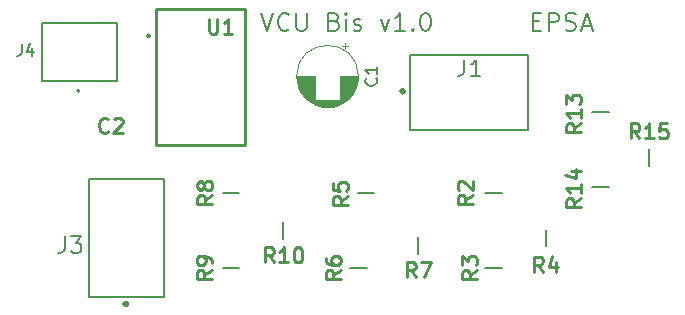
<source format=gbr>
%TF.GenerationSoftware,KiCad,Pcbnew,8.0.0*%
%TF.CreationDate,2024-04-17T17:19:10+02:00*%
%TF.ProjectId,VCU_Bis,5643555f-4269-4732-9e6b-696361645f70,rev?*%
%TF.SameCoordinates,Original*%
%TF.FileFunction,Legend,Top*%
%TF.FilePolarity,Positive*%
%FSLAX46Y46*%
G04 Gerber Fmt 4.6, Leading zero omitted, Abs format (unit mm)*
G04 Created by KiCad (PCBNEW 8.0.0) date 2024-04-17 17:19:10*
%MOMM*%
%LPD*%
G01*
G04 APERTURE LIST*
%ADD10C,0.150000*%
%ADD11C,0.254000*%
%ADD12C,0.200000*%
%ADD13C,0.127000*%
%ADD14C,0.300000*%
%ADD15C,0.120000*%
G04 APERTURE END LIST*
D10*
X151138032Y-50175428D02*
X151638032Y-51675428D01*
X151638032Y-51675428D02*
X152138032Y-50175428D01*
X153495174Y-51532571D02*
X153423746Y-51604000D01*
X153423746Y-51604000D02*
X153209460Y-51675428D01*
X153209460Y-51675428D02*
X153066603Y-51675428D01*
X153066603Y-51675428D02*
X152852317Y-51604000D01*
X152852317Y-51604000D02*
X152709460Y-51461142D01*
X152709460Y-51461142D02*
X152638031Y-51318285D01*
X152638031Y-51318285D02*
X152566603Y-51032571D01*
X152566603Y-51032571D02*
X152566603Y-50818285D01*
X152566603Y-50818285D02*
X152638031Y-50532571D01*
X152638031Y-50532571D02*
X152709460Y-50389714D01*
X152709460Y-50389714D02*
X152852317Y-50246857D01*
X152852317Y-50246857D02*
X153066603Y-50175428D01*
X153066603Y-50175428D02*
X153209460Y-50175428D01*
X153209460Y-50175428D02*
X153423746Y-50246857D01*
X153423746Y-50246857D02*
X153495174Y-50318285D01*
X154138031Y-50175428D02*
X154138031Y-51389714D01*
X154138031Y-51389714D02*
X154209460Y-51532571D01*
X154209460Y-51532571D02*
X154280889Y-51604000D01*
X154280889Y-51604000D02*
X154423746Y-51675428D01*
X154423746Y-51675428D02*
X154709460Y-51675428D01*
X154709460Y-51675428D02*
X154852317Y-51604000D01*
X154852317Y-51604000D02*
X154923746Y-51532571D01*
X154923746Y-51532571D02*
X154995174Y-51389714D01*
X154995174Y-51389714D02*
X154995174Y-50175428D01*
X157352317Y-50889714D02*
X157566603Y-50961142D01*
X157566603Y-50961142D02*
X157638032Y-51032571D01*
X157638032Y-51032571D02*
X157709460Y-51175428D01*
X157709460Y-51175428D02*
X157709460Y-51389714D01*
X157709460Y-51389714D02*
X157638032Y-51532571D01*
X157638032Y-51532571D02*
X157566603Y-51604000D01*
X157566603Y-51604000D02*
X157423746Y-51675428D01*
X157423746Y-51675428D02*
X156852317Y-51675428D01*
X156852317Y-51675428D02*
X156852317Y-50175428D01*
X156852317Y-50175428D02*
X157352317Y-50175428D01*
X157352317Y-50175428D02*
X157495175Y-50246857D01*
X157495175Y-50246857D02*
X157566603Y-50318285D01*
X157566603Y-50318285D02*
X157638032Y-50461142D01*
X157638032Y-50461142D02*
X157638032Y-50604000D01*
X157638032Y-50604000D02*
X157566603Y-50746857D01*
X157566603Y-50746857D02*
X157495175Y-50818285D01*
X157495175Y-50818285D02*
X157352317Y-50889714D01*
X157352317Y-50889714D02*
X156852317Y-50889714D01*
X158352317Y-51675428D02*
X158352317Y-50675428D01*
X158352317Y-50175428D02*
X158280889Y-50246857D01*
X158280889Y-50246857D02*
X158352317Y-50318285D01*
X158352317Y-50318285D02*
X158423746Y-50246857D01*
X158423746Y-50246857D02*
X158352317Y-50175428D01*
X158352317Y-50175428D02*
X158352317Y-50318285D01*
X158995175Y-51604000D02*
X159138032Y-51675428D01*
X159138032Y-51675428D02*
X159423746Y-51675428D01*
X159423746Y-51675428D02*
X159566603Y-51604000D01*
X159566603Y-51604000D02*
X159638032Y-51461142D01*
X159638032Y-51461142D02*
X159638032Y-51389714D01*
X159638032Y-51389714D02*
X159566603Y-51246857D01*
X159566603Y-51246857D02*
X159423746Y-51175428D01*
X159423746Y-51175428D02*
X159209461Y-51175428D01*
X159209461Y-51175428D02*
X159066603Y-51104000D01*
X159066603Y-51104000D02*
X158995175Y-50961142D01*
X158995175Y-50961142D02*
X158995175Y-50889714D01*
X158995175Y-50889714D02*
X159066603Y-50746857D01*
X159066603Y-50746857D02*
X159209461Y-50675428D01*
X159209461Y-50675428D02*
X159423746Y-50675428D01*
X159423746Y-50675428D02*
X159566603Y-50746857D01*
X161280889Y-50675428D02*
X161638032Y-51675428D01*
X161638032Y-51675428D02*
X161995175Y-50675428D01*
X163352318Y-51675428D02*
X162495175Y-51675428D01*
X162923746Y-51675428D02*
X162923746Y-50175428D01*
X162923746Y-50175428D02*
X162780889Y-50389714D01*
X162780889Y-50389714D02*
X162638032Y-50532571D01*
X162638032Y-50532571D02*
X162495175Y-50604000D01*
X163995174Y-51532571D02*
X164066603Y-51604000D01*
X164066603Y-51604000D02*
X163995174Y-51675428D01*
X163995174Y-51675428D02*
X163923746Y-51604000D01*
X163923746Y-51604000D02*
X163995174Y-51532571D01*
X163995174Y-51532571D02*
X163995174Y-51675428D01*
X164995175Y-50175428D02*
X165138032Y-50175428D01*
X165138032Y-50175428D02*
X165280889Y-50246857D01*
X165280889Y-50246857D02*
X165352318Y-50318285D01*
X165352318Y-50318285D02*
X165423746Y-50461142D01*
X165423746Y-50461142D02*
X165495175Y-50746857D01*
X165495175Y-50746857D02*
X165495175Y-51104000D01*
X165495175Y-51104000D02*
X165423746Y-51389714D01*
X165423746Y-51389714D02*
X165352318Y-51532571D01*
X165352318Y-51532571D02*
X165280889Y-51604000D01*
X165280889Y-51604000D02*
X165138032Y-51675428D01*
X165138032Y-51675428D02*
X164995175Y-51675428D01*
X164995175Y-51675428D02*
X164852318Y-51604000D01*
X164852318Y-51604000D02*
X164780889Y-51532571D01*
X164780889Y-51532571D02*
X164709460Y-51389714D01*
X164709460Y-51389714D02*
X164638032Y-51104000D01*
X164638032Y-51104000D02*
X164638032Y-50746857D01*
X164638032Y-50746857D02*
X164709460Y-50461142D01*
X164709460Y-50461142D02*
X164780889Y-50318285D01*
X164780889Y-50318285D02*
X164852318Y-50246857D01*
X164852318Y-50246857D02*
X164995175Y-50175428D01*
X174138030Y-50889714D02*
X174638030Y-50889714D01*
X174852316Y-51675428D02*
X174138030Y-51675428D01*
X174138030Y-51675428D02*
X174138030Y-50175428D01*
X174138030Y-50175428D02*
X174852316Y-50175428D01*
X175495173Y-51675428D02*
X175495173Y-50175428D01*
X175495173Y-50175428D02*
X176066602Y-50175428D01*
X176066602Y-50175428D02*
X176209459Y-50246857D01*
X176209459Y-50246857D02*
X176280888Y-50318285D01*
X176280888Y-50318285D02*
X176352316Y-50461142D01*
X176352316Y-50461142D02*
X176352316Y-50675428D01*
X176352316Y-50675428D02*
X176280888Y-50818285D01*
X176280888Y-50818285D02*
X176209459Y-50889714D01*
X176209459Y-50889714D02*
X176066602Y-50961142D01*
X176066602Y-50961142D02*
X175495173Y-50961142D01*
X176923745Y-51604000D02*
X177138031Y-51675428D01*
X177138031Y-51675428D02*
X177495173Y-51675428D01*
X177495173Y-51675428D02*
X177638031Y-51604000D01*
X177638031Y-51604000D02*
X177709459Y-51532571D01*
X177709459Y-51532571D02*
X177780888Y-51389714D01*
X177780888Y-51389714D02*
X177780888Y-51246857D01*
X177780888Y-51246857D02*
X177709459Y-51104000D01*
X177709459Y-51104000D02*
X177638031Y-51032571D01*
X177638031Y-51032571D02*
X177495173Y-50961142D01*
X177495173Y-50961142D02*
X177209459Y-50889714D01*
X177209459Y-50889714D02*
X177066602Y-50818285D01*
X177066602Y-50818285D02*
X176995173Y-50746857D01*
X176995173Y-50746857D02*
X176923745Y-50604000D01*
X176923745Y-50604000D02*
X176923745Y-50461142D01*
X176923745Y-50461142D02*
X176995173Y-50318285D01*
X176995173Y-50318285D02*
X177066602Y-50246857D01*
X177066602Y-50246857D02*
X177209459Y-50175428D01*
X177209459Y-50175428D02*
X177566602Y-50175428D01*
X177566602Y-50175428D02*
X177780888Y-50246857D01*
X178352316Y-51246857D02*
X179066602Y-51246857D01*
X178209459Y-51675428D02*
X178709459Y-50175428D01*
X178709459Y-50175428D02*
X179209459Y-51675428D01*
D11*
X147030718Y-65616666D02*
X146425956Y-66040000D01*
X147030718Y-66342381D02*
X145760718Y-66342381D01*
X145760718Y-66342381D02*
X145760718Y-65858571D01*
X145760718Y-65858571D02*
X145821194Y-65737619D01*
X145821194Y-65737619D02*
X145881670Y-65677142D01*
X145881670Y-65677142D02*
X146002622Y-65616666D01*
X146002622Y-65616666D02*
X146184051Y-65616666D01*
X146184051Y-65616666D02*
X146305003Y-65677142D01*
X146305003Y-65677142D02*
X146365480Y-65737619D01*
X146365480Y-65737619D02*
X146425956Y-65858571D01*
X146425956Y-65858571D02*
X146425956Y-66342381D01*
X146305003Y-64890952D02*
X146244527Y-65011904D01*
X146244527Y-65011904D02*
X146184051Y-65072381D01*
X146184051Y-65072381D02*
X146063099Y-65132857D01*
X146063099Y-65132857D02*
X146002622Y-65132857D01*
X146002622Y-65132857D02*
X145881670Y-65072381D01*
X145881670Y-65072381D02*
X145821194Y-65011904D01*
X145821194Y-65011904D02*
X145760718Y-64890952D01*
X145760718Y-64890952D02*
X145760718Y-64649047D01*
X145760718Y-64649047D02*
X145821194Y-64528095D01*
X145821194Y-64528095D02*
X145881670Y-64467619D01*
X145881670Y-64467619D02*
X146002622Y-64407142D01*
X146002622Y-64407142D02*
X146063099Y-64407142D01*
X146063099Y-64407142D02*
X146184051Y-64467619D01*
X146184051Y-64467619D02*
X146244527Y-64528095D01*
X146244527Y-64528095D02*
X146305003Y-64649047D01*
X146305003Y-64649047D02*
X146305003Y-64890952D01*
X146305003Y-64890952D02*
X146365480Y-65011904D01*
X146365480Y-65011904D02*
X146425956Y-65072381D01*
X146425956Y-65072381D02*
X146546908Y-65132857D01*
X146546908Y-65132857D02*
X146788813Y-65132857D01*
X146788813Y-65132857D02*
X146909765Y-65072381D01*
X146909765Y-65072381D02*
X146970242Y-65011904D01*
X146970242Y-65011904D02*
X147030718Y-64890952D01*
X147030718Y-64890952D02*
X147030718Y-64649047D01*
X147030718Y-64649047D02*
X146970242Y-64528095D01*
X146970242Y-64528095D02*
X146909765Y-64467619D01*
X146909765Y-64467619D02*
X146788813Y-64407142D01*
X146788813Y-64407142D02*
X146546908Y-64407142D01*
X146546908Y-64407142D02*
X146425956Y-64467619D01*
X146425956Y-64467619D02*
X146365480Y-64528095D01*
X146365480Y-64528095D02*
X146305003Y-64649047D01*
X157876518Y-71966666D02*
X157271756Y-72390000D01*
X157876518Y-72692381D02*
X156606518Y-72692381D01*
X156606518Y-72692381D02*
X156606518Y-72208571D01*
X156606518Y-72208571D02*
X156666994Y-72087619D01*
X156666994Y-72087619D02*
X156727470Y-72027142D01*
X156727470Y-72027142D02*
X156848422Y-71966666D01*
X156848422Y-71966666D02*
X157029851Y-71966666D01*
X157029851Y-71966666D02*
X157150803Y-72027142D01*
X157150803Y-72027142D02*
X157211280Y-72087619D01*
X157211280Y-72087619D02*
X157271756Y-72208571D01*
X157271756Y-72208571D02*
X157271756Y-72692381D01*
X156606518Y-70878095D02*
X156606518Y-71120000D01*
X156606518Y-71120000D02*
X156666994Y-71240952D01*
X156666994Y-71240952D02*
X156727470Y-71301428D01*
X156727470Y-71301428D02*
X156908899Y-71422381D01*
X156908899Y-71422381D02*
X157150803Y-71482857D01*
X157150803Y-71482857D02*
X157634613Y-71482857D01*
X157634613Y-71482857D02*
X157755565Y-71422381D01*
X157755565Y-71422381D02*
X157816042Y-71361904D01*
X157816042Y-71361904D02*
X157876518Y-71240952D01*
X157876518Y-71240952D02*
X157876518Y-70999047D01*
X157876518Y-70999047D02*
X157816042Y-70878095D01*
X157816042Y-70878095D02*
X157755565Y-70817619D01*
X157755565Y-70817619D02*
X157634613Y-70757142D01*
X157634613Y-70757142D02*
X157332232Y-70757142D01*
X157332232Y-70757142D02*
X157211280Y-70817619D01*
X157211280Y-70817619D02*
X157150803Y-70878095D01*
X157150803Y-70878095D02*
X157090327Y-70999047D01*
X157090327Y-70999047D02*
X157090327Y-71240952D01*
X157090327Y-71240952D02*
X157150803Y-71361904D01*
X157150803Y-71361904D02*
X157211280Y-71422381D01*
X157211280Y-71422381D02*
X157332232Y-71482857D01*
D10*
X134530617Y-69089775D02*
X134530617Y-70090495D01*
X134530617Y-70090495D02*
X134463902Y-70290639D01*
X134463902Y-70290639D02*
X134330473Y-70424069D01*
X134330473Y-70424069D02*
X134130329Y-70490783D01*
X134130329Y-70490783D02*
X133996900Y-70490783D01*
X135064335Y-69089775D02*
X135931625Y-69089775D01*
X135931625Y-69089775D02*
X135464623Y-69623493D01*
X135464623Y-69623493D02*
X135664767Y-69623493D01*
X135664767Y-69623493D02*
X135798196Y-69690207D01*
X135798196Y-69690207D02*
X135864911Y-69756922D01*
X135864911Y-69756922D02*
X135931625Y-69890351D01*
X135931625Y-69890351D02*
X135931625Y-70223925D01*
X135931625Y-70223925D02*
X135864911Y-70357354D01*
X135864911Y-70357354D02*
X135798196Y-70424069D01*
X135798196Y-70424069D02*
X135664767Y-70490783D01*
X135664767Y-70490783D02*
X135264479Y-70490783D01*
X135264479Y-70490783D02*
X135131049Y-70424069D01*
X135131049Y-70424069D02*
X135064335Y-70357354D01*
X160878380Y-55700466D02*
X160926000Y-55748085D01*
X160926000Y-55748085D02*
X160973619Y-55890942D01*
X160973619Y-55890942D02*
X160973619Y-55986180D01*
X160973619Y-55986180D02*
X160926000Y-56129037D01*
X160926000Y-56129037D02*
X160830761Y-56224275D01*
X160830761Y-56224275D02*
X160735523Y-56271894D01*
X160735523Y-56271894D02*
X160545047Y-56319513D01*
X160545047Y-56319513D02*
X160402190Y-56319513D01*
X160402190Y-56319513D02*
X160211714Y-56271894D01*
X160211714Y-56271894D02*
X160116476Y-56224275D01*
X160116476Y-56224275D02*
X160021238Y-56129037D01*
X160021238Y-56129037D02*
X159973619Y-55986180D01*
X159973619Y-55986180D02*
X159973619Y-55890942D01*
X159973619Y-55890942D02*
X160021238Y-55748085D01*
X160021238Y-55748085D02*
X160068857Y-55700466D01*
X160973619Y-54748085D02*
X160973619Y-55319513D01*
X160973619Y-55033799D02*
X159973619Y-55033799D01*
X159973619Y-55033799D02*
X160116476Y-55129037D01*
X160116476Y-55129037D02*
X160211714Y-55224275D01*
X160211714Y-55224275D02*
X160259333Y-55319513D01*
D11*
X138206710Y-60195833D02*
X138146234Y-60256310D01*
X138146234Y-60256310D02*
X137964805Y-60316786D01*
X137964805Y-60316786D02*
X137843853Y-60316786D01*
X137843853Y-60316786D02*
X137662424Y-60256310D01*
X137662424Y-60256310D02*
X137541472Y-60135357D01*
X137541472Y-60135357D02*
X137480995Y-60014405D01*
X137480995Y-60014405D02*
X137420519Y-59772500D01*
X137420519Y-59772500D02*
X137420519Y-59591071D01*
X137420519Y-59591071D02*
X137480995Y-59349167D01*
X137480995Y-59349167D02*
X137541472Y-59228214D01*
X137541472Y-59228214D02*
X137662424Y-59107262D01*
X137662424Y-59107262D02*
X137843853Y-59046786D01*
X137843853Y-59046786D02*
X137964805Y-59046786D01*
X137964805Y-59046786D02*
X138146234Y-59107262D01*
X138146234Y-59107262D02*
X138206710Y-59167738D01*
X138690519Y-59167738D02*
X138750995Y-59107262D01*
X138750995Y-59107262D02*
X138871948Y-59046786D01*
X138871948Y-59046786D02*
X139174329Y-59046786D01*
X139174329Y-59046786D02*
X139295281Y-59107262D01*
X139295281Y-59107262D02*
X139355757Y-59167738D01*
X139355757Y-59167738D02*
X139416234Y-59288690D01*
X139416234Y-59288690D02*
X139416234Y-59409643D01*
X139416234Y-59409643D02*
X139355757Y-59591071D01*
X139355757Y-59591071D02*
X138630043Y-60316786D01*
X138630043Y-60316786D02*
X139416234Y-60316786D01*
X169052518Y-65616666D02*
X168447756Y-66040000D01*
X169052518Y-66342381D02*
X167782518Y-66342381D01*
X167782518Y-66342381D02*
X167782518Y-65858571D01*
X167782518Y-65858571D02*
X167842994Y-65737619D01*
X167842994Y-65737619D02*
X167903470Y-65677142D01*
X167903470Y-65677142D02*
X168024422Y-65616666D01*
X168024422Y-65616666D02*
X168205851Y-65616666D01*
X168205851Y-65616666D02*
X168326803Y-65677142D01*
X168326803Y-65677142D02*
X168387280Y-65737619D01*
X168387280Y-65737619D02*
X168447756Y-65858571D01*
X168447756Y-65858571D02*
X168447756Y-66342381D01*
X167903470Y-65132857D02*
X167842994Y-65072381D01*
X167842994Y-65072381D02*
X167782518Y-64951428D01*
X167782518Y-64951428D02*
X167782518Y-64649047D01*
X167782518Y-64649047D02*
X167842994Y-64528095D01*
X167842994Y-64528095D02*
X167903470Y-64467619D01*
X167903470Y-64467619D02*
X168024422Y-64407142D01*
X168024422Y-64407142D02*
X168145375Y-64407142D01*
X168145375Y-64407142D02*
X168326803Y-64467619D01*
X168326803Y-64467619D02*
X169052518Y-65193333D01*
X169052518Y-65193333D02*
X169052518Y-64407142D01*
X178221918Y-65865828D02*
X177617156Y-66289162D01*
X178221918Y-66591543D02*
X176951918Y-66591543D01*
X176951918Y-66591543D02*
X176951918Y-66107733D01*
X176951918Y-66107733D02*
X177012394Y-65986781D01*
X177012394Y-65986781D02*
X177072870Y-65926304D01*
X177072870Y-65926304D02*
X177193822Y-65865828D01*
X177193822Y-65865828D02*
X177375251Y-65865828D01*
X177375251Y-65865828D02*
X177496203Y-65926304D01*
X177496203Y-65926304D02*
X177556680Y-65986781D01*
X177556680Y-65986781D02*
X177617156Y-66107733D01*
X177617156Y-66107733D02*
X177617156Y-66591543D01*
X178221918Y-64656304D02*
X178221918Y-65382019D01*
X178221918Y-65019162D02*
X176951918Y-65019162D01*
X176951918Y-65019162D02*
X177133346Y-65140114D01*
X177133346Y-65140114D02*
X177254299Y-65261066D01*
X177254299Y-65261066D02*
X177314775Y-65382019D01*
X177375251Y-63567733D02*
X178221918Y-63567733D01*
X176891442Y-63870114D02*
X177798584Y-64172495D01*
X177798584Y-64172495D02*
X177798584Y-63386304D01*
X178221918Y-59515828D02*
X177617156Y-59939162D01*
X178221918Y-60241543D02*
X176951918Y-60241543D01*
X176951918Y-60241543D02*
X176951918Y-59757733D01*
X176951918Y-59757733D02*
X177012394Y-59636781D01*
X177012394Y-59636781D02*
X177072870Y-59576304D01*
X177072870Y-59576304D02*
X177193822Y-59515828D01*
X177193822Y-59515828D02*
X177375251Y-59515828D01*
X177375251Y-59515828D02*
X177496203Y-59576304D01*
X177496203Y-59576304D02*
X177556680Y-59636781D01*
X177556680Y-59636781D02*
X177617156Y-59757733D01*
X177617156Y-59757733D02*
X177617156Y-60241543D01*
X178221918Y-58306304D02*
X178221918Y-59032019D01*
X178221918Y-58669162D02*
X176951918Y-58669162D01*
X176951918Y-58669162D02*
X177133346Y-58790114D01*
X177133346Y-58790114D02*
X177254299Y-58911066D01*
X177254299Y-58911066D02*
X177314775Y-59032019D01*
X176951918Y-57882971D02*
X176951918Y-57096780D01*
X176951918Y-57096780D02*
X177435727Y-57520114D01*
X177435727Y-57520114D02*
X177435727Y-57338685D01*
X177435727Y-57338685D02*
X177496203Y-57217733D01*
X177496203Y-57217733D02*
X177556680Y-57157257D01*
X177556680Y-57157257D02*
X177677632Y-57096780D01*
X177677632Y-57096780D02*
X177980013Y-57096780D01*
X177980013Y-57096780D02*
X178100965Y-57157257D01*
X178100965Y-57157257D02*
X178161442Y-57217733D01*
X178161442Y-57217733D02*
X178221918Y-57338685D01*
X178221918Y-57338685D02*
X178221918Y-57701542D01*
X178221918Y-57701542D02*
X178161442Y-57822495D01*
X178161442Y-57822495D02*
X178100965Y-57882971D01*
X146733380Y-50663118D02*
X146733380Y-51691213D01*
X146733380Y-51691213D02*
X146793857Y-51812165D01*
X146793857Y-51812165D02*
X146854333Y-51872642D01*
X146854333Y-51872642D02*
X146975285Y-51933118D01*
X146975285Y-51933118D02*
X147217190Y-51933118D01*
X147217190Y-51933118D02*
X147338142Y-51872642D01*
X147338142Y-51872642D02*
X147398619Y-51812165D01*
X147398619Y-51812165D02*
X147459095Y-51691213D01*
X147459095Y-51691213D02*
X147459095Y-50663118D01*
X148729095Y-51933118D02*
X148003380Y-51933118D01*
X148366237Y-51933118D02*
X148366237Y-50663118D01*
X148366237Y-50663118D02*
X148245285Y-50844546D01*
X148245285Y-50844546D02*
X148124333Y-50965499D01*
X148124333Y-50965499D02*
X148003380Y-51025975D01*
D10*
X168315997Y-54128725D02*
X168315997Y-55129445D01*
X168315997Y-55129445D02*
X168249282Y-55329589D01*
X168249282Y-55329589D02*
X168115853Y-55463019D01*
X168115853Y-55463019D02*
X167915709Y-55529733D01*
X167915709Y-55529733D02*
X167782280Y-55529733D01*
X169717005Y-55529733D02*
X168916429Y-55529733D01*
X169316717Y-55529733D02*
X169316717Y-54128725D01*
X169316717Y-54128725D02*
X169183288Y-54328869D01*
X169183288Y-54328869D02*
X169049859Y-54462299D01*
X169049859Y-54462299D02*
X168916429Y-54529013D01*
D11*
X146954518Y-71966666D02*
X146349756Y-72390000D01*
X146954518Y-72692381D02*
X145684518Y-72692381D01*
X145684518Y-72692381D02*
X145684518Y-72208571D01*
X145684518Y-72208571D02*
X145744994Y-72087619D01*
X145744994Y-72087619D02*
X145805470Y-72027142D01*
X145805470Y-72027142D02*
X145926422Y-71966666D01*
X145926422Y-71966666D02*
X146107851Y-71966666D01*
X146107851Y-71966666D02*
X146228803Y-72027142D01*
X146228803Y-72027142D02*
X146289280Y-72087619D01*
X146289280Y-72087619D02*
X146349756Y-72208571D01*
X146349756Y-72208571D02*
X146349756Y-72692381D01*
X146954518Y-71361904D02*
X146954518Y-71120000D01*
X146954518Y-71120000D02*
X146894042Y-70999047D01*
X146894042Y-70999047D02*
X146833565Y-70938571D01*
X146833565Y-70938571D02*
X146652137Y-70817619D01*
X146652137Y-70817619D02*
X146410232Y-70757142D01*
X146410232Y-70757142D02*
X145926422Y-70757142D01*
X145926422Y-70757142D02*
X145805470Y-70817619D01*
X145805470Y-70817619D02*
X145744994Y-70878095D01*
X145744994Y-70878095D02*
X145684518Y-70999047D01*
X145684518Y-70999047D02*
X145684518Y-71240952D01*
X145684518Y-71240952D02*
X145744994Y-71361904D01*
X145744994Y-71361904D02*
X145805470Y-71422381D01*
X145805470Y-71422381D02*
X145926422Y-71482857D01*
X145926422Y-71482857D02*
X146228803Y-71482857D01*
X146228803Y-71482857D02*
X146349756Y-71422381D01*
X146349756Y-71422381D02*
X146410232Y-71361904D01*
X146410232Y-71361904D02*
X146470708Y-71240952D01*
X146470708Y-71240952D02*
X146470708Y-70999047D01*
X146470708Y-70999047D02*
X146410232Y-70878095D01*
X146410232Y-70878095D02*
X146349756Y-70817619D01*
X146349756Y-70817619D02*
X146228803Y-70757142D01*
X152218571Y-71287918D02*
X151795237Y-70683156D01*
X151492856Y-71287918D02*
X151492856Y-70017918D01*
X151492856Y-70017918D02*
X151976666Y-70017918D01*
X151976666Y-70017918D02*
X152097618Y-70078394D01*
X152097618Y-70078394D02*
X152158095Y-70138870D01*
X152158095Y-70138870D02*
X152218571Y-70259822D01*
X152218571Y-70259822D02*
X152218571Y-70441251D01*
X152218571Y-70441251D02*
X152158095Y-70562203D01*
X152158095Y-70562203D02*
X152097618Y-70622680D01*
X152097618Y-70622680D02*
X151976666Y-70683156D01*
X151976666Y-70683156D02*
X151492856Y-70683156D01*
X153428095Y-71287918D02*
X152702380Y-71287918D01*
X153065237Y-71287918D02*
X153065237Y-70017918D01*
X153065237Y-70017918D02*
X152944285Y-70199346D01*
X152944285Y-70199346D02*
X152823333Y-70320299D01*
X152823333Y-70320299D02*
X152702380Y-70380775D01*
X154214285Y-70017918D02*
X154335238Y-70017918D01*
X154335238Y-70017918D02*
X154456190Y-70078394D01*
X154456190Y-70078394D02*
X154516666Y-70138870D01*
X154516666Y-70138870D02*
X154577142Y-70259822D01*
X154577142Y-70259822D02*
X154637619Y-70501727D01*
X154637619Y-70501727D02*
X154637619Y-70804108D01*
X154637619Y-70804108D02*
X154577142Y-71046013D01*
X154577142Y-71046013D02*
X154516666Y-71166965D01*
X154516666Y-71166965D02*
X154456190Y-71227442D01*
X154456190Y-71227442D02*
X154335238Y-71287918D01*
X154335238Y-71287918D02*
X154214285Y-71287918D01*
X154214285Y-71287918D02*
X154093333Y-71227442D01*
X154093333Y-71227442D02*
X154032857Y-71166965D01*
X154032857Y-71166965D02*
X153972380Y-71046013D01*
X153972380Y-71046013D02*
X153911904Y-70804108D01*
X153911904Y-70804108D02*
X153911904Y-70501727D01*
X153911904Y-70501727D02*
X153972380Y-70259822D01*
X153972380Y-70259822D02*
X154032857Y-70138870D01*
X154032857Y-70138870D02*
X154093333Y-70078394D01*
X154093333Y-70078394D02*
X154214285Y-70017918D01*
X164253333Y-72532518D02*
X163829999Y-71927756D01*
X163527618Y-72532518D02*
X163527618Y-71262518D01*
X163527618Y-71262518D02*
X164011428Y-71262518D01*
X164011428Y-71262518D02*
X164132380Y-71322994D01*
X164132380Y-71322994D02*
X164192857Y-71383470D01*
X164192857Y-71383470D02*
X164253333Y-71504422D01*
X164253333Y-71504422D02*
X164253333Y-71685851D01*
X164253333Y-71685851D02*
X164192857Y-71806803D01*
X164192857Y-71806803D02*
X164132380Y-71867280D01*
X164132380Y-71867280D02*
X164011428Y-71927756D01*
X164011428Y-71927756D02*
X163527618Y-71927756D01*
X164676666Y-71262518D02*
X165523333Y-71262518D01*
X165523333Y-71262518D02*
X164979047Y-72532518D01*
X169433518Y-71966666D02*
X168828756Y-72390000D01*
X169433518Y-72692381D02*
X168163518Y-72692381D01*
X168163518Y-72692381D02*
X168163518Y-72208571D01*
X168163518Y-72208571D02*
X168223994Y-72087619D01*
X168223994Y-72087619D02*
X168284470Y-72027142D01*
X168284470Y-72027142D02*
X168405422Y-71966666D01*
X168405422Y-71966666D02*
X168586851Y-71966666D01*
X168586851Y-71966666D02*
X168707803Y-72027142D01*
X168707803Y-72027142D02*
X168768280Y-72087619D01*
X168768280Y-72087619D02*
X168828756Y-72208571D01*
X168828756Y-72208571D02*
X168828756Y-72692381D01*
X168163518Y-71543333D02*
X168163518Y-70757142D01*
X168163518Y-70757142D02*
X168647327Y-71180476D01*
X168647327Y-71180476D02*
X168647327Y-70999047D01*
X168647327Y-70999047D02*
X168707803Y-70878095D01*
X168707803Y-70878095D02*
X168768280Y-70817619D01*
X168768280Y-70817619D02*
X168889232Y-70757142D01*
X168889232Y-70757142D02*
X169191613Y-70757142D01*
X169191613Y-70757142D02*
X169312565Y-70817619D01*
X169312565Y-70817619D02*
X169373042Y-70878095D01*
X169373042Y-70878095D02*
X169433518Y-70999047D01*
X169433518Y-70999047D02*
X169433518Y-71361904D01*
X169433518Y-71361904D02*
X169373042Y-71482857D01*
X169373042Y-71482857D02*
X169312565Y-71543333D01*
X183168272Y-60796518D02*
X182744938Y-60191756D01*
X182442557Y-60796518D02*
X182442557Y-59526518D01*
X182442557Y-59526518D02*
X182926367Y-59526518D01*
X182926367Y-59526518D02*
X183047319Y-59586994D01*
X183047319Y-59586994D02*
X183107796Y-59647470D01*
X183107796Y-59647470D02*
X183168272Y-59768422D01*
X183168272Y-59768422D02*
X183168272Y-59949851D01*
X183168272Y-59949851D02*
X183107796Y-60070803D01*
X183107796Y-60070803D02*
X183047319Y-60131280D01*
X183047319Y-60131280D02*
X182926367Y-60191756D01*
X182926367Y-60191756D02*
X182442557Y-60191756D01*
X184377796Y-60796518D02*
X183652081Y-60796518D01*
X184014938Y-60796518D02*
X184014938Y-59526518D01*
X184014938Y-59526518D02*
X183893986Y-59707946D01*
X183893986Y-59707946D02*
X183773034Y-59828899D01*
X183773034Y-59828899D02*
X183652081Y-59889375D01*
X185526843Y-59526518D02*
X184922081Y-59526518D01*
X184922081Y-59526518D02*
X184861605Y-60131280D01*
X184861605Y-60131280D02*
X184922081Y-60070803D01*
X184922081Y-60070803D02*
X185043034Y-60010327D01*
X185043034Y-60010327D02*
X185345415Y-60010327D01*
X185345415Y-60010327D02*
X185466367Y-60070803D01*
X185466367Y-60070803D02*
X185526843Y-60131280D01*
X185526843Y-60131280D02*
X185587320Y-60252232D01*
X185587320Y-60252232D02*
X185587320Y-60554613D01*
X185587320Y-60554613D02*
X185526843Y-60675565D01*
X185526843Y-60675565D02*
X185466367Y-60736042D01*
X185466367Y-60736042D02*
X185345415Y-60796518D01*
X185345415Y-60796518D02*
X185043034Y-60796518D01*
X185043034Y-60796518D02*
X184922081Y-60736042D01*
X184922081Y-60736042D02*
X184861605Y-60675565D01*
X175022933Y-72075318D02*
X174599599Y-71470556D01*
X174297218Y-72075318D02*
X174297218Y-70805318D01*
X174297218Y-70805318D02*
X174781028Y-70805318D01*
X174781028Y-70805318D02*
X174901980Y-70865794D01*
X174901980Y-70865794D02*
X174962457Y-70926270D01*
X174962457Y-70926270D02*
X175022933Y-71047222D01*
X175022933Y-71047222D02*
X175022933Y-71228651D01*
X175022933Y-71228651D02*
X174962457Y-71349603D01*
X174962457Y-71349603D02*
X174901980Y-71410080D01*
X174901980Y-71410080D02*
X174781028Y-71470556D01*
X174781028Y-71470556D02*
X174297218Y-71470556D01*
X176111504Y-71228651D02*
X176111504Y-72075318D01*
X175809123Y-70744842D02*
X175506742Y-71651984D01*
X175506742Y-71651984D02*
X176292933Y-71651984D01*
D10*
X130883066Y-52792219D02*
X130883066Y-53506504D01*
X130883066Y-53506504D02*
X130835447Y-53649361D01*
X130835447Y-53649361D02*
X130740209Y-53744600D01*
X130740209Y-53744600D02*
X130597352Y-53792219D01*
X130597352Y-53792219D02*
X130502114Y-53792219D01*
X131787828Y-53125552D02*
X131787828Y-53792219D01*
X131549733Y-52744600D02*
X131311638Y-53458885D01*
X131311638Y-53458885D02*
X131930685Y-53458885D01*
D11*
X158486118Y-65692866D02*
X157881356Y-66116200D01*
X158486118Y-66418581D02*
X157216118Y-66418581D01*
X157216118Y-66418581D02*
X157216118Y-65934771D01*
X157216118Y-65934771D02*
X157276594Y-65813819D01*
X157276594Y-65813819D02*
X157337070Y-65753342D01*
X157337070Y-65753342D02*
X157458022Y-65692866D01*
X157458022Y-65692866D02*
X157639451Y-65692866D01*
X157639451Y-65692866D02*
X157760403Y-65753342D01*
X157760403Y-65753342D02*
X157820880Y-65813819D01*
X157820880Y-65813819D02*
X157881356Y-65934771D01*
X157881356Y-65934771D02*
X157881356Y-66418581D01*
X157216118Y-64543819D02*
X157216118Y-65148581D01*
X157216118Y-65148581D02*
X157820880Y-65209057D01*
X157820880Y-65209057D02*
X157760403Y-65148581D01*
X157760403Y-65148581D02*
X157699927Y-65027628D01*
X157699927Y-65027628D02*
X157699927Y-64725247D01*
X157699927Y-64725247D02*
X157760403Y-64604295D01*
X157760403Y-64604295D02*
X157820880Y-64543819D01*
X157820880Y-64543819D02*
X157941832Y-64483342D01*
X157941832Y-64483342D02*
X158244213Y-64483342D01*
X158244213Y-64483342D02*
X158365165Y-64543819D01*
X158365165Y-64543819D02*
X158425642Y-64604295D01*
X158425642Y-64604295D02*
X158486118Y-64725247D01*
X158486118Y-64725247D02*
X158486118Y-65027628D01*
X158486118Y-65027628D02*
X158425642Y-65148581D01*
X158425642Y-65148581D02*
X158365165Y-65209057D01*
D12*
%TO.C,R8*%
X147890000Y-65405000D02*
X149290000Y-65405000D01*
%TO.C,R6*%
X158685000Y-71755000D02*
X160085000Y-71755000D01*
D13*
%TO.C,J3*%
X136600000Y-64210000D02*
X142950000Y-64210000D01*
X136600000Y-74220000D02*
X136600000Y-64210000D01*
X142950000Y-64210000D02*
X142950000Y-74220000D01*
X142950000Y-74220000D02*
X136600000Y-74220000D01*
D14*
X139841419Y-74815000D02*
G75*
G02*
X139558581Y-74815000I-141419J0D01*
G01*
X139558581Y-74815000D02*
G75*
G02*
X139841419Y-74815000I141419J0D01*
G01*
D15*
%TO.C,C1*%
X155728800Y-55533800D02*
X154188800Y-55533800D01*
X155728800Y-55573800D02*
X154188800Y-55573800D01*
X155728800Y-55613800D02*
X154189800Y-55613800D01*
X155728800Y-55653800D02*
X154190800Y-55653800D01*
X155728800Y-55693800D02*
X154192800Y-55693800D01*
X155728800Y-55733800D02*
X154195800Y-55733800D01*
X155728800Y-55773800D02*
X154199800Y-55773800D01*
X155728800Y-55813800D02*
X154203800Y-55813800D01*
X155728800Y-55853800D02*
X154207800Y-55853800D01*
X155728800Y-55893800D02*
X154212800Y-55893800D01*
X155728800Y-55933800D02*
X154218800Y-55933800D01*
X155728800Y-55973800D02*
X154225800Y-55973800D01*
X155728800Y-56013800D02*
X154232800Y-56013800D01*
X155728800Y-56053800D02*
X154240800Y-56053800D01*
X155728800Y-56093800D02*
X154248800Y-56093800D01*
X155728800Y-56133800D02*
X154257800Y-56133800D01*
X155728800Y-56173800D02*
X154267800Y-56173800D01*
X155728800Y-56213800D02*
X154277800Y-56213800D01*
X155728800Y-56254800D02*
X154288800Y-56254800D01*
X155728800Y-56294800D02*
X154300800Y-56294800D01*
X155728800Y-56334800D02*
X154313800Y-56334800D01*
X155728800Y-56374800D02*
X154326800Y-56374800D01*
X155728800Y-56414800D02*
X154340800Y-56414800D01*
X155728800Y-56454800D02*
X154354800Y-56454800D01*
X155728800Y-56494800D02*
X154370800Y-56494800D01*
X155728800Y-56534800D02*
X154386800Y-56534800D01*
X155728800Y-56574800D02*
X154403800Y-56574800D01*
X155728800Y-56614800D02*
X154420800Y-56614800D01*
X155728800Y-56654800D02*
X154439800Y-56654800D01*
X155728800Y-56694800D02*
X154458800Y-56694800D01*
X155728800Y-56734800D02*
X154478800Y-56734800D01*
X155728800Y-56774800D02*
X154500800Y-56774800D01*
X155728800Y-56814800D02*
X154521800Y-56814800D01*
X155728800Y-56854800D02*
X154544800Y-56854800D01*
X155728800Y-56894800D02*
X154568800Y-56894800D01*
X155728800Y-56934800D02*
X154593800Y-56934800D01*
X155728800Y-56974800D02*
X154619800Y-56974800D01*
X155728800Y-57014800D02*
X154646800Y-57014800D01*
X155728800Y-57054800D02*
X154673800Y-57054800D01*
X155728800Y-57094800D02*
X154703800Y-57094800D01*
X155728800Y-57134800D02*
X154733800Y-57134800D01*
X155728800Y-57174800D02*
X154764800Y-57174800D01*
X155728800Y-57214800D02*
X154797800Y-57214800D01*
X155728800Y-57254800D02*
X154831800Y-57254800D01*
X155728800Y-57294800D02*
X154867800Y-57294800D01*
X155728800Y-57334800D02*
X154904800Y-57334800D01*
X155728800Y-57374800D02*
X154942800Y-57374800D01*
X155728800Y-57414800D02*
X154983800Y-57414800D01*
X155728800Y-57454800D02*
X155025800Y-57454800D01*
X155728800Y-57494800D02*
X155069800Y-57494800D01*
X155728800Y-57534800D02*
X155115800Y-57534800D01*
X157052800Y-58134800D02*
X156484800Y-58134800D01*
X157286800Y-58094800D02*
X156250800Y-58094800D01*
X157445800Y-58054800D02*
X156091800Y-58054800D01*
X157573800Y-58014800D02*
X155963800Y-58014800D01*
X157683800Y-57974800D02*
X155853800Y-57974800D01*
X157779800Y-57934800D02*
X155757800Y-57934800D01*
X157866800Y-57894800D02*
X155670800Y-57894800D01*
X157946800Y-57854800D02*
X155590800Y-57854800D01*
X158019800Y-57814800D02*
X155517800Y-57814800D01*
X158087800Y-57774800D02*
X155449800Y-57774800D01*
X158151800Y-57734800D02*
X155385800Y-57734800D01*
X158211800Y-57694800D02*
X155325800Y-57694800D01*
X158243800Y-52729025D02*
X158243800Y-53229025D01*
X158268800Y-57654800D02*
X155268800Y-57654800D01*
X158322800Y-57614800D02*
X155214800Y-57614800D01*
X158373800Y-57574800D02*
X155163800Y-57574800D01*
X158421800Y-57534800D02*
X157808800Y-57534800D01*
X158467800Y-57494800D02*
X157808800Y-57494800D01*
X158493800Y-52979025D02*
X157993800Y-52979025D01*
X158511800Y-57454800D02*
X157808800Y-57454800D01*
X158553800Y-57414800D02*
X157808800Y-57414800D01*
X158594800Y-57374800D02*
X157808800Y-57374800D01*
X158632800Y-57334800D02*
X157808800Y-57334800D01*
X158669800Y-57294800D02*
X157808800Y-57294800D01*
X158705800Y-57254800D02*
X157808800Y-57254800D01*
X158739800Y-57214800D02*
X157808800Y-57214800D01*
X158772800Y-57174800D02*
X157808800Y-57174800D01*
X158803800Y-57134800D02*
X157808800Y-57134800D01*
X158833800Y-57094800D02*
X157808800Y-57094800D01*
X158863800Y-57054800D02*
X157808800Y-57054800D01*
X158890800Y-57014800D02*
X157808800Y-57014800D01*
X158917800Y-56974800D02*
X157808800Y-56974800D01*
X158943800Y-56934800D02*
X157808800Y-56934800D01*
X158968800Y-56894800D02*
X157808800Y-56894800D01*
X158992800Y-56854800D02*
X157808800Y-56854800D01*
X159015800Y-56814800D02*
X157808800Y-56814800D01*
X159036800Y-56774800D02*
X157808800Y-56774800D01*
X159058800Y-56734800D02*
X157808800Y-56734800D01*
X159078800Y-56694800D02*
X157808800Y-56694800D01*
X159097800Y-56654800D02*
X157808800Y-56654800D01*
X159116800Y-56614800D02*
X157808800Y-56614800D01*
X159133800Y-56574800D02*
X157808800Y-56574800D01*
X159150800Y-56534800D02*
X157808800Y-56534800D01*
X159166800Y-56494800D02*
X157808800Y-56494800D01*
X159182800Y-56454800D02*
X157808800Y-56454800D01*
X159196800Y-56414800D02*
X157808800Y-56414800D01*
X159210800Y-56374800D02*
X157808800Y-56374800D01*
X159223800Y-56334800D02*
X157808800Y-56334800D01*
X159236800Y-56294800D02*
X157808800Y-56294800D01*
X159248800Y-56254800D02*
X157808800Y-56254800D01*
X159259800Y-56213800D02*
X157808800Y-56213800D01*
X159269800Y-56173800D02*
X157808800Y-56173800D01*
X159279800Y-56133800D02*
X157808800Y-56133800D01*
X159288800Y-56093800D02*
X157808800Y-56093800D01*
X159296800Y-56053800D02*
X157808800Y-56053800D01*
X159304800Y-56013800D02*
X157808800Y-56013800D01*
X159311800Y-55973800D02*
X157808800Y-55973800D01*
X159318800Y-55933800D02*
X157808800Y-55933800D01*
X159324800Y-55893800D02*
X157808800Y-55893800D01*
X159329800Y-55853800D02*
X157808800Y-55853800D01*
X159333800Y-55813800D02*
X157808800Y-55813800D01*
X159337800Y-55773800D02*
X157808800Y-55773800D01*
X159341800Y-55733800D02*
X157808800Y-55733800D01*
X159344800Y-55693800D02*
X157808800Y-55693800D01*
X159346800Y-55653800D02*
X157808800Y-55653800D01*
X159347800Y-55613800D02*
X157808800Y-55613800D01*
X159348800Y-55533800D02*
X157808800Y-55533800D01*
X159348800Y-55573800D02*
X157808800Y-55573800D01*
X159388800Y-55533800D02*
G75*
G02*
X154148800Y-55533800I-2620000J0D01*
G01*
X154148800Y-55533800D02*
G75*
G02*
X159388800Y-55533800I2620000J0D01*
G01*
D12*
%TO.C,R2*%
X170115000Y-65405000D02*
X171515000Y-65405000D01*
%TO.C,R14*%
X179182800Y-64947200D02*
X180582800Y-64947200D01*
%TO.C,R13*%
X179182800Y-58597200D02*
X180582800Y-58597200D01*
D11*
%TO.C,U1*%
X142240000Y-49809400D02*
X142240000Y-61309400D01*
X142240000Y-61309400D02*
X149790000Y-61309400D01*
X149790000Y-49809400D02*
X142240000Y-49809400D01*
X149790000Y-61309400D02*
X149790000Y-49809400D01*
X141716000Y-52115400D02*
G75*
G02*
X141538000Y-52115400I-89000J0D01*
G01*
X141538000Y-52115400D02*
G75*
G02*
X141716000Y-52115400I89000J0D01*
G01*
D13*
%TO.C,J1*%
X163727200Y-53694400D02*
X173737200Y-53694400D01*
X163727200Y-60044400D02*
X163727200Y-53694400D01*
X173737200Y-53694400D02*
X173737200Y-60044400D01*
X173737200Y-60044400D02*
X163727200Y-60044400D01*
D14*
X163273619Y-56794400D02*
G75*
G02*
X162990781Y-56794400I-141419J0D01*
G01*
X162990781Y-56794400D02*
G75*
G02*
X163273619Y-56794400I141419J0D01*
G01*
D12*
%TO.C,R9*%
X147890000Y-71755000D02*
X149290000Y-71755000D01*
%TO.C,R10*%
X153035000Y-69280000D02*
X153035000Y-67880000D01*
%TO.C,R7*%
X164465000Y-70550000D02*
X164465000Y-69150000D01*
%TO.C,R3*%
X170115000Y-71755000D02*
X171515000Y-71755000D01*
%TO.C,R15*%
X183972800Y-63107200D02*
X183972800Y-61707200D01*
%TO.C,R4*%
X175260000Y-69915000D02*
X175260000Y-68515000D01*
D13*
%TO.C,J4*%
X132561400Y-51027400D02*
X138911400Y-51027400D01*
X132561400Y-55957400D02*
X132561400Y-51027400D01*
X138911400Y-51027400D02*
X138911400Y-55957400D01*
X138911400Y-55957400D02*
X132561400Y-55957400D01*
D12*
X135761400Y-56762400D02*
G75*
G02*
X135561400Y-56762400I-100000J0D01*
G01*
X135561400Y-56762400D02*
G75*
G02*
X135761400Y-56762400I100000J0D01*
G01*
%TO.C,R5*%
X159320000Y-65405000D02*
X160720000Y-65405000D01*
%TD*%
M02*

</source>
